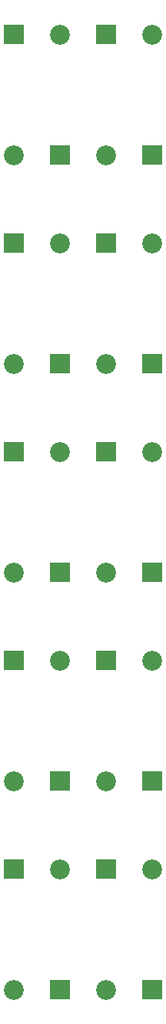
<source format=gbr>
G04 start of page 8 for group -4062 idx -4062 *
G04 Title: (unknown), soldermask *
G04 Creator: pcb 4.0.2 *
G04 CreationDate: Thu Sep  9 05:11:40 2021 UTC *
G04 For: ndholmes *
G04 Format: Gerber/RS-274X *
G04 PCB-Dimensions (mil): 1020.00 4700.00 *
G04 PCB-Coordinate-Origin: lower left *
%MOIN*%
%FSLAX25Y25*%
%LNBOTTOMMASK*%
%ADD32C,0.0860*%
%ADD31C,0.0001*%
G54D31*G36*
X76700Y308800D02*Y300200D01*
X85300D01*
Y308800D01*
X76700D01*
G37*
G54D32*X81000Y356500D03*
G54D31*G36*
X76700Y218800D02*Y210200D01*
X85300D01*
Y218800D01*
X76700D01*
G37*
G54D32*X81000Y266500D03*
Y176500D03*
X61000Y304500D03*
G54D31*G36*
X56700Y360800D02*Y352200D01*
X65300D01*
Y360800D01*
X56700D01*
G37*
G54D32*X61000Y214500D03*
G54D31*G36*
X56700Y270800D02*Y262200D01*
X65300D01*
Y270800D01*
X56700D01*
G37*
G36*
X36700Y308800D02*Y300200D01*
X45300D01*
Y308800D01*
X36700D01*
G37*
G54D32*X21000Y304500D03*
G54D31*G36*
X16700Y360800D02*Y352200D01*
X25300D01*
Y360800D01*
X16700D01*
G37*
G54D32*X41000Y356500D03*
G54D31*G36*
X36700Y218800D02*Y210200D01*
X45300D01*
Y218800D01*
X36700D01*
G37*
G54D32*X21000Y214500D03*
G54D31*G36*
X16700Y270800D02*Y262200D01*
X25300D01*
Y270800D01*
X16700D01*
G37*
G54D32*X41000Y266500D03*
G54D31*G36*
X16700Y180800D02*Y172200D01*
X25300D01*
Y180800D01*
X16700D01*
G37*
G54D32*X41000Y176500D03*
X21000Y394500D03*
G54D31*G36*
X16700Y450800D02*Y442200D01*
X25300D01*
Y450800D01*
X16700D01*
G37*
G54D32*X41000Y446500D03*
G54D31*G36*
X56700Y450800D02*Y442200D01*
X65300D01*
Y450800D01*
X56700D01*
G37*
G36*
X76700Y398800D02*Y390200D01*
X85300D01*
Y398800D01*
X76700D01*
G37*
G54D32*X61000Y394500D03*
G54D31*G36*
X36700Y398800D02*Y390200D01*
X45300D01*
Y398800D01*
X36700D01*
G37*
G54D32*X81000Y446500D03*
G54D31*G36*
X76700Y128800D02*Y120200D01*
X85300D01*
Y128800D01*
X76700D01*
G37*
G36*
X16700Y90800D02*Y82200D01*
X25300D01*
Y90800D01*
X16700D01*
G37*
G54D32*X41000Y86500D03*
X81000D03*
X61000Y124500D03*
G54D31*G36*
X36700Y128800D02*Y120200D01*
X45300D01*
Y128800D01*
X36700D01*
G37*
G54D32*X21000Y124500D03*
G54D31*G36*
X56700Y180800D02*Y172200D01*
X65300D01*
Y180800D01*
X56700D01*
G37*
G54D32*X61000Y34500D03*
G54D31*G36*
X56700Y90800D02*Y82200D01*
X65300D01*
Y90800D01*
X56700D01*
G37*
G36*
X76700Y38800D02*Y30200D01*
X85300D01*
Y38800D01*
X76700D01*
G37*
G36*
X36700D02*Y30200D01*
X45300D01*
Y38800D01*
X36700D01*
G37*
G54D32*X21000Y34500D03*
M02*

</source>
